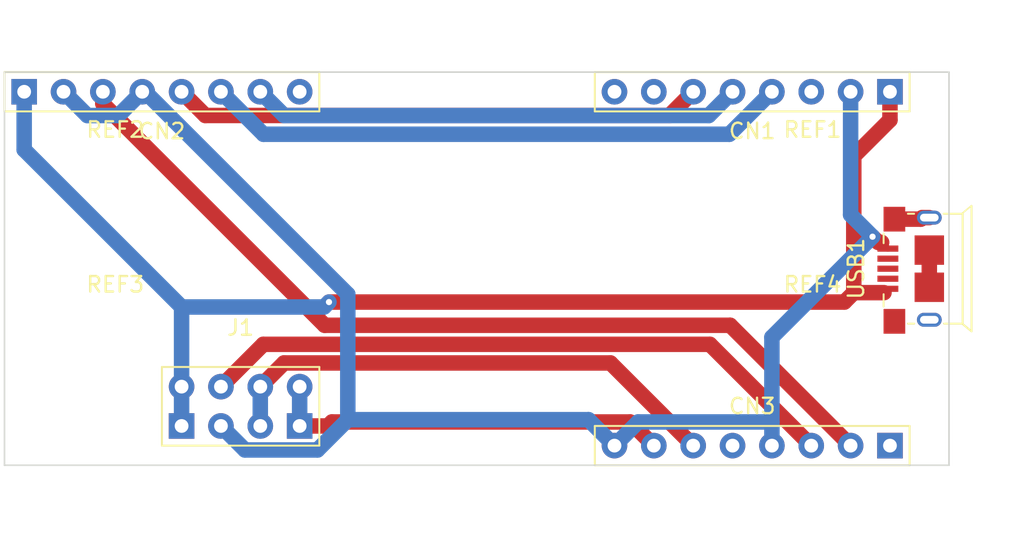
<source format=kicad_pcb>
(kicad_pcb (version 20171130) (host pcbnew "(5.1.7)-1")

  (general
    (thickness 1.6)
    (drawings 4)
    (tracks 66)
    (zones 0)
    (modules 9)
    (nets 23)
  )

  (page A4)
  (layers
    (0 F.Cu signal)
    (31 B.Cu signal)
    (32 B.Adhes user)
    (33 F.Adhes user)
    (34 B.Paste user)
    (35 F.Paste user)
    (36 B.SilkS user)
    (37 F.SilkS user)
    (38 B.Mask user)
    (39 F.Mask user)
    (40 Dwgs.User user)
    (41 Cmts.User user)
    (42 Eco1.User user)
    (43 Eco2.User user)
    (44 Edge.Cuts user)
    (45 Margin user)
    (46 B.CrtYd user)
    (47 F.CrtYd user)
    (48 B.Fab user)
    (49 F.Fab user)
  )

  (setup
    (last_trace_width 1)
    (trace_clearance 0.2)
    (zone_clearance 0.508)
    (zone_45_only no)
    (trace_min 0.2)
    (via_size 0.8)
    (via_drill 0.4)
    (via_min_size 0.2)
    (via_min_drill 0.3)
    (uvia_size 0.3)
    (uvia_drill 0.1)
    (uvias_allowed no)
    (uvia_min_size 0.2)
    (uvia_min_drill 0.1)
    (edge_width 0.05)
    (segment_width 0.2)
    (pcb_text_width 0.3)
    (pcb_text_size 1.5 1.5)
    (mod_edge_width 0.12)
    (mod_text_size 1 1)
    (mod_text_width 0.15)
    (pad_size 1.524 1.524)
    (pad_drill 0.762)
    (pad_to_mask_clearance 0)
    (aux_axis_origin 0 0)
    (grid_origin 142.2415 90.1905)
    (visible_elements 7FFFFFFF)
    (pcbplotparams
      (layerselection 0x010fc_ffffffff)
      (usegerberextensions false)
      (usegerberattributes true)
      (usegerberadvancedattributes true)
      (creategerberjobfile true)
      (excludeedgelayer true)
      (linewidth 0.100000)
      (plotframeref false)
      (viasonmask false)
      (mode 1)
      (useauxorigin false)
      (hpglpennumber 1)
      (hpglpenspeed 20)
      (hpglpendiameter 15.000000)
      (psnegative false)
      (psa4output false)
      (plotreference true)
      (plotvalue true)
      (plotinvisibletext false)
      (padsonsilk false)
      (subtractmaskfromsilk false)
      (outputformat 1)
      (mirror false)
      (drillshape 0)
      (scaleselection 1)
      (outputdirectory ""))
  )

  (net 0 "")
  (net 1 "Net-(CN1-Pad8)")
  (net 2 "Net-(CN1-Pad7)")
  (net 3 "Net-(CN1-Pad6)")
  (net 4 "Net-(CN1-Pad5)")
  (net 5 "Net-(CN1-Pad4)")
  (net 6 "Net-(CN1-Pad3)")
  (net 7 "Net-(CN1-Pad2)")
  (net 8 "Net-(CN1-Pad1)")
  (net 9 "Net-(CN2-Pad3)")
  (net 10 "Net-(CN2-Pad8)")
  (net 11 "Net-(CN3-Pad1)")
  (net 12 "Net-(CN3-Pad3)")
  (net 13 "Net-(CN3-Pad5)")
  (net 14 "Net-(CN3-Pad6)")
  (net 15 "Net-(CN3-Pad7)")
  (net 16 "Net-(USB1-Pad2)")
  (net 17 "Net-(USB1-Pad3)")
  (net 18 "Net-(USB1-Pad4)")
  (net 19 "Net-(USB1-Pad6)")
  (net 20 "Net-(USB1-Pad7)")
  (net 21 "Net-(USB1-Pad8)")
  (net 22 "Net-(USB1-Pad10)")

  (net_class Default "This is the default net class."
    (clearance 0.2)
    (trace_width 1)
    (via_dia 0.8)
    (via_drill 0.4)
    (uvia_dia 0.3)
    (uvia_drill 0.1)
    (add_net "Net-(CN1-Pad1)")
    (add_net "Net-(CN1-Pad2)")
    (add_net "Net-(CN1-Pad3)")
    (add_net "Net-(CN1-Pad4)")
    (add_net "Net-(CN1-Pad5)")
    (add_net "Net-(CN1-Pad6)")
    (add_net "Net-(CN1-Pad7)")
    (add_net "Net-(CN1-Pad8)")
    (add_net "Net-(CN2-Pad3)")
    (add_net "Net-(CN2-Pad8)")
    (add_net "Net-(CN3-Pad1)")
    (add_net "Net-(CN3-Pad3)")
    (add_net "Net-(CN3-Pad5)")
    (add_net "Net-(CN3-Pad6)")
    (add_net "Net-(CN3-Pad7)")
    (add_net "Net-(USB1-Pad10)")
    (add_net "Net-(USB1-Pad2)")
    (add_net "Net-(USB1-Pad3)")
    (add_net "Net-(USB1-Pad4)")
    (add_net "Net-(USB1-Pad6)")
    (add_net "Net-(USB1-Pad7)")
    (add_net "Net-(USB1-Pad8)")
  )

  (module MountingHole:MountingHole_3mm (layer F.Cu) (tedit 56D1B4CB) (tstamp 5FDD5853)
    (at 137.242 95.1905)
    (descr "Mounting Hole 3mm, no annular")
    (tags "mounting hole 3mm no annular")
    (attr virtual)
    (fp_text reference REF4 (at 0 -4) (layer F.SilkS)
      (effects (font (size 1 1) (thickness 0.15)))
    )
    (fp_text value MountingHole_3mm (at 0 4) (layer F.Fab)
      (effects (font (size 1 1) (thickness 0.15)))
    )
    (fp_text user %R (at 0.3 0) (layer F.Fab)
      (effects (font (size 1 1) (thickness 0.15)))
    )
    (fp_circle (center 0 0) (end 3 0) (layer Cmts.User) (width 0.15))
    (fp_circle (center 0 0) (end 3.25 0) (layer F.CrtYd) (width 0.05))
    (pad 1 np_thru_hole circle (at 0 0) (size 3 3) (drill 3) (layers *.Cu *.Mask))
  )

  (module MountingHole:MountingHole_3mm (layer F.Cu) (tedit 56D1B4CB) (tstamp 5FDD582F)
    (at 137.242 85.1905)
    (descr "Mounting Hole 3mm, no annular")
    (tags "mounting hole 3mm no annular")
    (attr virtual)
    (fp_text reference REF1 (at 0 -4) (layer F.SilkS)
      (effects (font (size 1 1) (thickness 0.15)))
    )
    (fp_text value MountingHole_3mm (at 0 4) (layer F.Fab)
      (effects (font (size 1 1) (thickness 0.15)))
    )
    (fp_text user %R (at 0.3 0) (layer F.Fab)
      (effects (font (size 1 1) (thickness 0.15)))
    )
    (fp_circle (center 0 0) (end 3 0) (layer Cmts.User) (width 0.15))
    (fp_circle (center 0 0) (end 3.25 0) (layer F.CrtYd) (width 0.05))
    (pad 1 np_thru_hole circle (at 0 0) (size 3 3) (drill 3) (layers *.Cu *.Mask))
  )

  (module MountingHole:MountingHole_3mm (layer F.Cu) (tedit 56D1B4CB) (tstamp 5FDD580B)
    (at 92.2415 85.1905)
    (descr "Mounting Hole 3mm, no annular")
    (tags "mounting hole 3mm no annular")
    (attr virtual)
    (fp_text reference REF2 (at 0 -4) (layer F.SilkS)
      (effects (font (size 1 1) (thickness 0.15)))
    )
    (fp_text value MountingHole_3mm (at 0 4) (layer F.Fab)
      (effects (font (size 1 1) (thickness 0.15)))
    )
    (fp_text user %R (at 0.3 0) (layer F.Fab)
      (effects (font (size 1 1) (thickness 0.15)))
    )
    (fp_circle (center 0 0) (end 3 0) (layer Cmts.User) (width 0.15))
    (fp_circle (center 0 0) (end 3.25 0) (layer F.CrtYd) (width 0.05))
    (pad 1 np_thru_hole circle (at 0 0) (size 3 3) (drill 3) (layers *.Cu *.Mask))
  )

  (module MountingHole:MountingHole_3mm (layer F.Cu) (tedit 56D1B4CB) (tstamp 5FDD57E7)
    (at 92.2415 95.1905)
    (descr "Mounting Hole 3mm, no annular")
    (tags "mounting hole 3mm no annular")
    (attr virtual)
    (fp_text reference REF3 (at 0 -4) (layer F.SilkS)
      (effects (font (size 1 1) (thickness 0.15)))
    )
    (fp_text value MountingHole_3mm (at 0 4) (layer F.Fab)
      (effects (font (size 1 1) (thickness 0.15)))
    )
    (fp_text user %R (at 0.3 0) (layer F.Fab)
      (effects (font (size 1 1) (thickness 0.15)))
    )
    (fp_circle (center 0 0) (end 3 0) (layer Cmts.User) (width 0.15))
    (fp_circle (center 0 0) (end 3.25 0) (layer F.CrtYd) (width 0.05))
    (pad 1 np_thru_hole circle (at 0 0) (size 3 3) (drill 3) (layers *.Cu *.Mask))
  )

  (module OPL_Connector:MICRO-USB5+6P-SMD-0.65-B (layer F.Cu) (tedit 5C3812EB) (tstamp 5FDD2A44)
    (at 144.78 90.17 90)
    (path /5FDD629A)
    (attr smd)
    (fp_text reference USB1 (at 0 -4.725 90) (layer F.SilkS)
      (effects (font (size 1 1) (thickness 0.15)))
    )
    (fp_text value MICRO-USB-SMD-B-_10118193-0001LF_ (at 0 5.08 270) (layer F.Fab) hide
      (effects (font (size 1 1) (thickness 0.15)))
    )
    (fp_line (start -4.45 -3.6) (end 4.25 -3.6) (layer F.CrtYd) (width 0.05))
    (fp_line (start -4.45 2.9) (end -4.45 -3.6) (layer F.CrtYd) (width 0.05))
    (fp_line (start 4.25 2.9) (end -4.45 2.9) (layer F.CrtYd) (width 0.05))
    (fp_line (start 4.25 -3.6) (end 4.25 2.9) (layer F.CrtYd) (width 0.05))
    (fp_line (start 3.57 2.115) (end 4.075 2.725) (layer F.SilkS) (width 0.1))
    (fp_line (start -3.5 2.125) (end -3.93 2.66) (layer F.Fab) (width 0.1))
    (fp_line (start 3.5 2.125) (end 3.93 2.66) (layer F.Fab) (width 0.1))
    (fp_line (start 3.93 2.66) (end -3.93 2.66) (layer F.Fab) (width 0.1))
    (fp_line (start 3.5 2.15) (end -3.5 2.15) (layer F.Fab) (width 0.1))
    (fp_line (start -3.5 -2.9) (end -3.5 2.15) (layer F.Fab) (width 0.1))
    (fp_line (start 3.5 -2.9) (end -3.5 -2.9) (layer F.Fab) (width 0.1))
    (fp_line (start 3.5 -2.9) (end 3.5 2.15) (layer F.Fab) (width 0.1))
    (fp_line (start -3 1.45) (end 3 1.45) (layer F.Fab) (width 0.1))
    (fp_line (start -3.55 -0.975) (end -3.55 -1.37472) (layer F.SilkS) (width 0.127))
    (fp_line (start -3.55 2.12388) (end -3.55 0.95) (layer F.SilkS) (width 0.127))
    (fp_line (start 3.55 0.925) (end 3.55 2.12388) (layer F.SilkS) (width 0.127))
    (fp_line (start 3.55 -1.3827) (end 3.55 -0.98138) (layer F.SilkS) (width 0.127))
    (fp_line (start 1.65 -2.95) (end 2.275 -2.95) (layer F.SilkS) (width 0.127))
    (fp_line (start -1.65 -2.95) (end -2.45 -2.95) (layer F.SilkS) (width 0.127))
    (fp_line (start -4.05 2.725) (end 4.05 2.725) (layer F.SilkS) (width 0.127))
    (fp_line (start -3.55 2.15) (end 3.55 2.15) (layer F.SilkS) (width 0.127))
    (fp_line (start -3.575 2.15) (end -4.05 2.725) (layer F.SilkS) (width 0.127))
    (fp_text user %R (at 0 -4.725 90) (layer F.Fab)
      (effects (font (size 1 1) (thickness 0.15)))
    )
    (fp_text user "PCB Edge" (at 0 1.45 90) (layer Dwgs.User)
      (effects (font (size 0.5 0.5) (thickness 0.08)))
    )
    (pad 11 smd rect (at 3.2 -2.25392 180) (size 1.4 1.6) (layers F.Cu F.Paste F.Mask)
      (net 22 "Net-(USB1-Pad10)"))
    (pad 10 thru_hole oval (at 3.3 0 270) (size 0.9 1.6) (drill oval 0.5 1.2) (layers *.Cu *.Mask)
      (net 22 "Net-(USB1-Pad10)"))
    (pad 9 smd rect (at 1.2 0 90) (size 1.9 1.9) (layers F.Cu F.Paste F.Mask)
      (net 21 "Net-(USB1-Pad8)"))
    (pad 8 smd rect (at -1.2 0 90) (size 1.9 1.9) (layers F.Cu F.Paste F.Mask)
      (net 21 "Net-(USB1-Pad8)"))
    (pad 7 thru_hole oval (at -3.3 0 270) (size 0.9 1.6) (drill oval 0.5 1.2) (layers *.Cu *.Mask)
      (net 20 "Net-(USB1-Pad7)"))
    (pad 6 smd rect (at -3.4 -2.25392 180) (size 1.4 1.6) (layers F.Cu F.Paste F.Mask)
      (net 19 "Net-(USB1-Pad6)"))
    (pad 5 smd rect (at 1.29794 -2.675 270) (size 0.4 1.35) (layers F.Cu F.Paste F.Mask)
      (net 7 "Net-(CN1-Pad2)"))
    (pad 4 smd rect (at 0.6477 -2.675 270) (size 0.4 1.35) (layers F.Cu F.Paste F.Mask)
      (net 18 "Net-(USB1-Pad4)"))
    (pad 3 smd rect (at 0 -2.675 270) (size 0.4 1.35) (layers F.Cu F.Paste F.Mask)
      (net 17 "Net-(USB1-Pad3)"))
    (pad 2 smd rect (at -0.6477 -2.675 270) (size 0.4 1.35) (layers F.Cu F.Paste F.Mask)
      (net 16 "Net-(USB1-Pad2)"))
    (pad 1 smd rect (at -1.29794 -2.675 270) (size 0.4 1.35) (layers F.Cu F.Paste F.Mask)
      (net 8 "Net-(CN1-Pad1)"))
  )

  (module OPL_Connector:H2X4-2.54 (layer F.Cu) (tedit 5C380680) (tstamp 5FDD2A1D)
    (at 100.33 99.06 180)
    (path /5FDC39B6)
    (attr virtual)
    (fp_text reference J1 (at 0 5.08 180) (layer F.SilkS)
      (effects (font (size 1 1) (thickness 0.15)))
    )
    (fp_text value DIP-BLACK-FEMALE-HEADER_2X4P-2.54_ (at -1.27 4 180) (layer F.Fab)
      (effects (font (size 1 1) (thickness 0.15)))
    )
    (fp_line (start 5.325 -2.75) (end 5.325 2.75) (layer F.CrtYd) (width 0.05))
    (fp_line (start -5.325 -2.75) (end 5.325 -2.75) (layer F.CrtYd) (width 0.05))
    (fp_line (start -5.325 2.75) (end -5.325 -2.75) (layer F.CrtYd) (width 0.05))
    (fp_line (start 5.325 2.75) (end -5.325 2.75) (layer F.CrtYd) (width 0.05))
    (fp_line (start 5.08 2.54) (end -5.08 2.54) (layer F.SilkS) (width 0.127))
    (fp_line (start 5.08 -2.54) (end 5.08 2.54) (layer F.SilkS) (width 0.127))
    (fp_line (start -5.08 -2.54) (end 5.08 -2.54) (layer F.SilkS) (width 0.127))
    (fp_line (start -5.08 2.54) (end -5.08 -2.54) (layer F.SilkS) (width 0.127))
    (fp_line (start 5.08 2.5) (end -5.08 2.5) (layer F.Fab) (width 0.1))
    (fp_line (start -5.08 2.5) (end -5.08 -2.5) (layer F.Fab) (width 0.1))
    (fp_line (start 5.08 -2.5) (end -5.08 -2.5) (layer F.Fab) (width 0.1))
    (fp_line (start 5.08 2.5) (end 5.08 -2.5) (layer F.Fab) (width 0.1))
    (fp_text user %R (at 0 5.08) (layer F.Fab)
      (effects (font (size 1 1) (thickness 0.15)))
    )
    (pad 4 thru_hole rect (at -3.81 -1.27 270) (size 1.651 1.651) (drill 0.889) (layers *.Cu *.Mask)
      (net 15 "Net-(CN3-Pad7)"))
    (pad 3 thru_hole circle (at -1.27 -1.27 270) (size 1.651 1.651) (drill 0.889) (layers *.Cu *.Mask)
      (net 14 "Net-(CN3-Pad6)"))
    (pad 2 thru_hole circle (at 1.27 -1.27 270) (size 1.651 1.651) (drill 0.889) (layers *.Cu *.Mask)
      (net 7 "Net-(CN1-Pad2)"))
    (pad 1 thru_hole rect (at 3.81 -1.27 270) (size 1.651 1.651) (drill 0.889) (layers *.Cu *.Mask)
      (net 8 "Net-(CN1-Pad1)"))
    (pad 8 thru_hole circle (at 3.81 1.27 270) (size 1.651 1.651) (drill 0.889) (layers *.Cu *.Mask)
      (net 8 "Net-(CN1-Pad1)"))
    (pad 7 thru_hole circle (at 1.27 1.27 270) (size 1.651 1.651) (drill 0.889) (layers *.Cu *.Mask)
      (net 12 "Net-(CN3-Pad3)"))
    (pad 6 thru_hole circle (at -1.27 1.27 270) (size 1.651 1.651) (drill 0.889) (layers *.Cu *.Mask)
      (net 14 "Net-(CN3-Pad6)"))
    (pad 5 thru_hole circle (at -3.81 1.27 270) (size 1.651 1.651) (drill 0.889) (layers *.Cu *.Mask)
      (net 15 "Net-(CN3-Pad7)"))
  )

  (module OPL_Connector:H8-2.54 (layer F.Cu) (tedit 5C380779) (tstamp 5FDD2A04)
    (at 133.35 101.6)
    (path /5FDC47FD)
    (attr virtual)
    (fp_text reference CN3 (at 0 -2.55) (layer F.SilkS)
      (effects (font (size 1 1) (thickness 0.15)))
    )
    (fp_text value DIP-BLACK-FEMALE-HEADER-VERT_8P-2.54_ (at 0 5.08) (layer F.Fab)
      (effects (font (size 1 1) (thickness 0.15)))
    )
    (fp_line (start -10.4 1.525) (end -10.4 -1.525) (layer F.CrtYd) (width 0.05))
    (fp_line (start 10.425 1.525) (end -10.4 1.525) (layer F.CrtYd) (width 0.05))
    (fp_line (start 10.425 -1.525) (end 10.425 1.525) (layer F.CrtYd) (width 0.05))
    (fp_line (start -10.4 -1.525) (end 10.425 -1.525) (layer F.CrtYd) (width 0.05))
    (fp_line (start -10.16 -1.27) (end 10.16 -1.27) (layer F.SilkS) (width 0.127))
    (fp_line (start -10.16 1.27) (end -10.16 -1.27) (layer F.SilkS) (width 0.127))
    (fp_line (start 10.16 1.27) (end -10.16 1.27) (layer F.SilkS) (width 0.127))
    (fp_line (start 10.16 -1.27) (end 10.16 1.27) (layer F.SilkS) (width 0.127))
    (fp_line (start -10.16 -1.27) (end 10.16 -1.27) (layer F.Fab) (width 0.1))
    (fp_line (start 10.16 -1.27) (end 10.16 1.27) (layer F.Fab) (width 0.1))
    (fp_line (start -10.16 1.27) (end 10.16 1.27) (layer F.Fab) (width 0.1))
    (fp_line (start -10.16 -1.27) (end -10.16 1.27) (layer F.Fab) (width 0.1))
    (fp_text user %R (at 0 -2.55) (layer F.Fab)
      (effects (font (size 1 1) (thickness 0.15)))
    )
    (pad 8 thru_hole circle (at -8.89 0 270) (size 1.651 1.651) (drill 0.889) (layers *.Cu *.Mask)
      (net 7 "Net-(CN1-Pad2)"))
    (pad 7 thru_hole circle (at -6.35 0 270) (size 1.651 1.651) (drill 0.889) (layers *.Cu *.Mask)
      (net 15 "Net-(CN3-Pad7)"))
    (pad 6 thru_hole circle (at -3.81 0 270) (size 1.651 1.651) (drill 0.889) (layers *.Cu *.Mask)
      (net 14 "Net-(CN3-Pad6)"))
    (pad 5 thru_hole circle (at -1.27 0 270) (size 1.651 1.651) (drill 0.889) (layers *.Cu *.Mask)
      (net 13 "Net-(CN3-Pad5)"))
    (pad 4 thru_hole circle (at 1.27 0 270) (size 1.651 1.651) (drill 0.889) (layers *.Cu *.Mask)
      (net 7 "Net-(CN1-Pad2)"))
    (pad 3 thru_hole circle (at 3.81 0 270) (size 1.651 1.651) (drill 0.889) (layers *.Cu *.Mask)
      (net 12 "Net-(CN3-Pad3)"))
    (pad 2 thru_hole circle (at 6.35 0 270) (size 1.651 1.651) (drill 0.889) (layers *.Cu *.Mask)
      (net 9 "Net-(CN2-Pad3)"))
    (pad 1 thru_hole rect (at 8.89 0 270) (size 1.651 1.651) (drill 0.889) (layers *.Cu *.Mask)
      (net 11 "Net-(CN3-Pad1)"))
  )

  (module OPL_Connector:H8-2.54 (layer F.Cu) (tedit 5C380779) (tstamp 5FDD29D2)
    (at 133.35 78.74)
    (path /5FDC6732)
    (attr virtual)
    (fp_text reference CN1 (at 0 2.54) (layer F.SilkS)
      (effects (font (size 1 1) (thickness 0.15)))
    )
    (fp_text value DIP-BLACK-FEMALE-HEADER-VERT_8P-2.54_ (at -1.27 -5.08) (layer F.Fab)
      (effects (font (size 1 1) (thickness 0.15)))
    )
    (fp_line (start -10.16 -1.27) (end -10.16 1.27) (layer F.Fab) (width 0.1))
    (fp_line (start -10.16 1.27) (end 10.16 1.27) (layer F.Fab) (width 0.1))
    (fp_line (start 10.16 -1.27) (end 10.16 1.27) (layer F.Fab) (width 0.1))
    (fp_line (start -10.16 -1.27) (end 10.16 -1.27) (layer F.Fab) (width 0.1))
    (fp_line (start 10.16 -1.27) (end 10.16 1.27) (layer F.SilkS) (width 0.127))
    (fp_line (start 10.16 1.27) (end -10.16 1.27) (layer F.SilkS) (width 0.127))
    (fp_line (start -10.16 1.27) (end -10.16 -1.27) (layer F.SilkS) (width 0.127))
    (fp_line (start -10.16 -1.27) (end 10.16 -1.27) (layer F.SilkS) (width 0.127))
    (fp_line (start -10.4 -1.525) (end 10.425 -1.525) (layer F.CrtYd) (width 0.05))
    (fp_line (start 10.425 -1.525) (end 10.425 1.525) (layer F.CrtYd) (width 0.05))
    (fp_line (start 10.425 1.525) (end -10.4 1.525) (layer F.CrtYd) (width 0.05))
    (fp_line (start -10.4 1.525) (end -10.4 -1.525) (layer F.CrtYd) (width 0.05))
    (fp_text user %R (at 0 2.54) (layer F.Fab)
      (effects (font (size 1 1) (thickness 0.15)))
    )
    (pad 1 thru_hole rect (at 8.89 0 270) (size 1.651 1.651) (drill 0.889) (layers *.Cu *.Mask)
      (net 8 "Net-(CN1-Pad1)"))
    (pad 2 thru_hole circle (at 6.35 0 270) (size 1.651 1.651) (drill 0.889) (layers *.Cu *.Mask)
      (net 7 "Net-(CN1-Pad2)"))
    (pad 3 thru_hole circle (at 3.81 0 270) (size 1.651 1.651) (drill 0.889) (layers *.Cu *.Mask)
      (net 6 "Net-(CN1-Pad3)"))
    (pad 4 thru_hole circle (at 1.27 0 270) (size 1.651 1.651) (drill 0.889) (layers *.Cu *.Mask)
      (net 5 "Net-(CN1-Pad4)"))
    (pad 5 thru_hole circle (at -1.27 0 270) (size 1.651 1.651) (drill 0.889) (layers *.Cu *.Mask)
      (net 4 "Net-(CN1-Pad5)"))
    (pad 6 thru_hole circle (at -3.81 0 270) (size 1.651 1.651) (drill 0.889) (layers *.Cu *.Mask)
      (net 3 "Net-(CN1-Pad6)"))
    (pad 7 thru_hole circle (at -6.35 0 270) (size 1.651 1.651) (drill 0.889) (layers *.Cu *.Mask)
      (net 2 "Net-(CN1-Pad7)"))
    (pad 8 thru_hole circle (at -8.89 0 270) (size 1.651 1.651) (drill 0.889) (layers *.Cu *.Mask)
      (net 1 "Net-(CN1-Pad8)"))
  )

  (module OPL_Connector:H8-2.54 (layer F.Cu) (tedit 5C380779) (tstamp 5FDD29EB)
    (at 95.25 78.74 180)
    (path /5FDE5979)
    (attr virtual)
    (fp_text reference CN2 (at 0 -2.55) (layer F.SilkS)
      (effects (font (size 1 1) (thickness 0.15)))
    )
    (fp_text value DIP-BLACK-FEMALE-HEADER-VERT_8P-2.54_ (at -7.62 -2.54) (layer F.Fab)
      (effects (font (size 1 1) (thickness 0.15)))
    )
    (fp_line (start -10.16 -1.27) (end -10.16 1.27) (layer F.Fab) (width 0.1))
    (fp_line (start -10.16 1.27) (end 10.16 1.27) (layer F.Fab) (width 0.1))
    (fp_line (start 10.16 -1.27) (end 10.16 1.27) (layer F.Fab) (width 0.1))
    (fp_line (start -10.16 -1.27) (end 10.16 -1.27) (layer F.Fab) (width 0.1))
    (fp_line (start 10.16 -1.27) (end 10.16 1.27) (layer F.SilkS) (width 0.127))
    (fp_line (start 10.16 1.27) (end -10.16 1.27) (layer F.SilkS) (width 0.127))
    (fp_line (start -10.16 1.27) (end -10.16 -1.27) (layer F.SilkS) (width 0.127))
    (fp_line (start -10.16 -1.27) (end 10.16 -1.27) (layer F.SilkS) (width 0.127))
    (fp_line (start -10.4 -1.525) (end 10.425 -1.525) (layer F.CrtYd) (width 0.05))
    (fp_line (start 10.425 -1.525) (end 10.425 1.525) (layer F.CrtYd) (width 0.05))
    (fp_line (start 10.425 1.525) (end -10.4 1.525) (layer F.CrtYd) (width 0.05))
    (fp_line (start -10.4 1.525) (end -10.4 -1.525) (layer F.CrtYd) (width 0.05))
    (fp_text user %R (at 0 -2.55) (layer F.Fab)
      (effects (font (size 1 1) (thickness 0.15)))
    )
    (pad 1 thru_hole rect (at 8.89 0 90) (size 1.651 1.651) (drill 0.889) (layers *.Cu *.Mask)
      (net 8 "Net-(CN1-Pad1)"))
    (pad 2 thru_hole circle (at 6.35 0 90) (size 1.651 1.651) (drill 0.889) (layers *.Cu *.Mask)
      (net 7 "Net-(CN1-Pad2)"))
    (pad 3 thru_hole circle (at 3.81 0 90) (size 1.651 1.651) (drill 0.889) (layers *.Cu *.Mask)
      (net 9 "Net-(CN2-Pad3)"))
    (pad 4 thru_hole circle (at 1.27 0 90) (size 1.651 1.651) (drill 0.889) (layers *.Cu *.Mask)
      (net 7 "Net-(CN1-Pad2)"))
    (pad 5 thru_hole circle (at -1.27 0 90) (size 1.651 1.651) (drill 0.889) (layers *.Cu *.Mask)
      (net 3 "Net-(CN1-Pad6)"))
    (pad 6 thru_hole circle (at -3.81 0 90) (size 1.651 1.651) (drill 0.889) (layers *.Cu *.Mask)
      (net 5 "Net-(CN1-Pad4)"))
    (pad 7 thru_hole circle (at -6.35 0 90) (size 1.651 1.651) (drill 0.889) (layers *.Cu *.Mask)
      (net 4 "Net-(CN1-Pad5)"))
    (pad 8 thru_hole circle (at -8.89 0 90) (size 1.651 1.651) (drill 0.889) (layers *.Cu *.Mask)
      (net 10 "Net-(CN2-Pad8)"))
  )

  (gr_line (start 146.05 77.47) (end 146.05 102.87) (layer Edge.Cuts) (width 0.1))
  (gr_line (start 85.09 77.47) (end 146.05 77.47) (layer Edge.Cuts) (width 0.1))
  (gr_line (start 85.09 102.87) (end 85.09 77.47) (layer Edge.Cuts) (width 0.1))
  (gr_line (start 146.05 102.87) (end 85.09 102.87) (layer Edge.Cuts) (width 0.1))

  (segment (start 96.52 78.74) (end 98.0517 80.2717) (width 1) (layer F.Cu) (net 3))
  (segment (start 98.0517 80.2717) (end 128.0083 80.2717) (width 1) (layer F.Cu) (net 3))
  (segment (start 128.0083 80.2717) (end 129.54 78.74) (width 1) (layer F.Cu) (net 3))
  (segment (start 101.6 78.74) (end 103.1353 80.2753) (width 1) (layer B.Cu) (net 4))
  (segment (start 103.1353 80.2753) (end 130.5447 80.2753) (width 1) (layer B.Cu) (net 4))
  (segment (start 130.5447 80.2753) (end 132.08 78.74) (width 1) (layer B.Cu) (net 4))
  (segment (start 99.06 78.74) (end 101.8051 81.4851) (width 1) (layer B.Cu) (net 5))
  (segment (start 101.8051 81.4851) (end 131.8749 81.4851) (width 1) (layer B.Cu) (net 5))
  (segment (start 131.8749 81.4851) (end 134.62 78.74) (width 1) (layer B.Cu) (net 5))
  (segment (start 134.62 100.0704) (end 134.62 101.6) (width 1) (layer B.Cu) (net 7))
  (segment (start 141.1153 88.103) (end 134.62 94.5983) (width 1) (layer B.Cu) (net 7))
  (segment (start 134.62 94.5983) (end 134.62 100.0704) (width 1) (layer B.Cu) (net 7))
  (segment (start 134.62 100.0704) (end 125.9896 100.0704) (width 1) (layer B.Cu) (net 7))
  (segment (start 125.9896 100.0704) (end 124.46 101.6) (width 1) (layer B.Cu) (net 7))
  (segment (start 139.7 78.74) (end 139.7 86.6877) (width 1) (layer B.Cu) (net 7))
  (segment (start 139.7 86.6877) (end 141.1153 88.103) (width 1) (layer B.Cu) (net 7))
  (segment (start 107.2475 99.9241) (end 105.2907 101.8809) (width 1) (layer B.Cu) (net 7))
  (segment (start 105.2907 101.8809) (end 100.6109 101.8809) (width 1) (layer B.Cu) (net 7))
  (segment (start 100.6109 101.8809) (end 99.06 100.33) (width 1) (layer B.Cu) (net 7))
  (segment (start 93.98 78.74) (end 94.1642 78.74) (width 1) (layer B.Cu) (net 7))
  (segment (start 94.1642 78.74) (end 107.2475 91.8233) (width 1) (layer B.Cu) (net 7))
  (segment (start 107.2475 91.8233) (end 107.2475 99.9241) (width 1) (layer B.Cu) (net 7))
  (segment (start 107.2475 99.9241) (end 122.7841 99.9241) (width 1) (layer B.Cu) (net 7))
  (segment (start 122.7841 99.9241) (end 124.46 101.6) (width 1) (layer B.Cu) (net 7))
  (segment (start 93.98 78.74) (end 92.4455 80.2745) (width 1) (layer B.Cu) (net 7))
  (segment (start 92.4455 80.2745) (end 90.4345 80.2745) (width 1) (layer B.Cu) (net 7))
  (segment (start 90.4345 80.2745) (end 88.9 78.74) (width 1) (layer B.Cu) (net 7))
  (segment (start 141.1153 88.103) (end 141.4827 88.4704) (width 1) (layer F.Cu) (net 7))
  (segment (start 141.4827 88.4704) (end 141.7033 88.4704) (width 1) (layer F.Cu) (net 7))
  (segment (start 141.7033 88.4704) (end 142.105 88.8721) (width 0.3998) (layer F.Cu) (net 7))
  (via (at 141.1153 88.103) (size 0.8) (layers F.Cu B.Cu) (net 7))
  (segment (start 141.8548 91.7181) (end 142.105 91.4679) (width 0.3998) (layer F.Cu) (net 8))
  (segment (start 139.9044 91.7179) (end 139.9046 91.7181) (width 1) (layer F.Cu) (net 8))
  (segment (start 139.9046 91.7181) (end 141.8548 91.7181) (width 1) (layer F.Cu) (net 8))
  (segment (start 139.9044 91.7179) (end 139.2968 92.3255) (width 1) (layer F.Cu) (net 8))
  (segment (start 139.2968 92.3255) (end 106.0326 92.3255) (width 1) (layer F.Cu) (net 8))
  (segment (start 142.24 80.5655) (end 139.9044 82.9011) (width 1) (layer F.Cu) (net 8))
  (segment (start 139.9044 82.9011) (end 139.9044 91.7179) (width 1) (layer F.Cu) (net 8))
  (segment (start 96.52 92.6437) (end 96.52 97.79) (width 1) (layer B.Cu) (net 8))
  (segment (start 86.36 78.74) (end 86.36 82.4837) (width 1) (layer B.Cu) (net 8))
  (segment (start 86.36 82.4837) (end 96.52 92.6437) (width 1) (layer B.Cu) (net 8))
  (segment (start 96.52 92.6437) (end 105.7144 92.6437) (width 1) (layer B.Cu) (net 8))
  (segment (start 105.7144 92.6437) (end 106.0326 92.3255) (width 1) (layer B.Cu) (net 8))
  (segment (start 96.52 97.79) (end 96.52 100.33) (width 1) (layer B.Cu) (net 8))
  (segment (start 142.24 78.74) (end 142.24 80.5655) (width 1) (layer F.Cu) (net 8))
  (via (at 106.0326 92.3255) (size 0.8) (layers F.Cu B.Cu) (net 8))
  (segment (start 91.44 78.74) (end 91.44 79.5133) (width 1) (layer F.Cu) (net 9))
  (segment (start 91.44 79.5133) (end 105.7516 93.8249) (width 1) (layer F.Cu) (net 9))
  (segment (start 105.7516 93.8249) (end 131.9249 93.8249) (width 1) (layer F.Cu) (net 9))
  (segment (start 131.9249 93.8249) (end 139.7 101.6) (width 1) (layer F.Cu) (net 9))
  (segment (start 137.16 101.6) (end 130.615 95.055) (width 1) (layer F.Cu) (net 12))
  (segment (start 130.615 95.055) (end 101.795 95.055) (width 1) (layer F.Cu) (net 12))
  (segment (start 101.795 95.055) (end 99.06 97.79) (width 1) (layer F.Cu) (net 12))
  (segment (start 101.6 97.79) (end 103.1303 96.2597) (width 1) (layer F.Cu) (net 14))
  (segment (start 103.1303 96.2597) (end 124.1997 96.2597) (width 1) (layer F.Cu) (net 14))
  (segment (start 124.1997 96.2597) (end 129.54 101.6) (width 1) (layer F.Cu) (net 14))
  (segment (start 101.6 97.79) (end 101.6 100.33) (width 1) (layer B.Cu) (net 14))
  (segment (start 104.14 100.33) (end 105.9655 100.33) (width 1) (layer F.Cu) (net 15))
  (segment (start 127 101.6) (end 125.472 100.072) (width 1) (layer F.Cu) (net 15))
  (segment (start 125.472 100.072) (end 106.2235 100.072) (width 1) (layer F.Cu) (net 15))
  (segment (start 106.2235 100.072) (end 105.9655 100.33) (width 1) (layer F.Cu) (net 15))
  (segment (start 104.14 97.79) (end 104.14 100.33) (width 1) (layer B.Cu) (net 15))
  (segment (start 144.78 91.37) (end 144.78 88.97) (width 1) (layer F.Cu) (net 21))
  (segment (start 142.5261 86.97) (end 144.2261 86.97) (width 1) (layer F.Cu) (net 22))
  (segment (start 144.78 86.87) (end 144.3261 86.87) (width 1) (layer F.Cu) (net 22))
  (segment (start 144.3261 86.87) (end 144.2261 86.97) (width 1) (layer F.Cu) (net 22))

)

</source>
